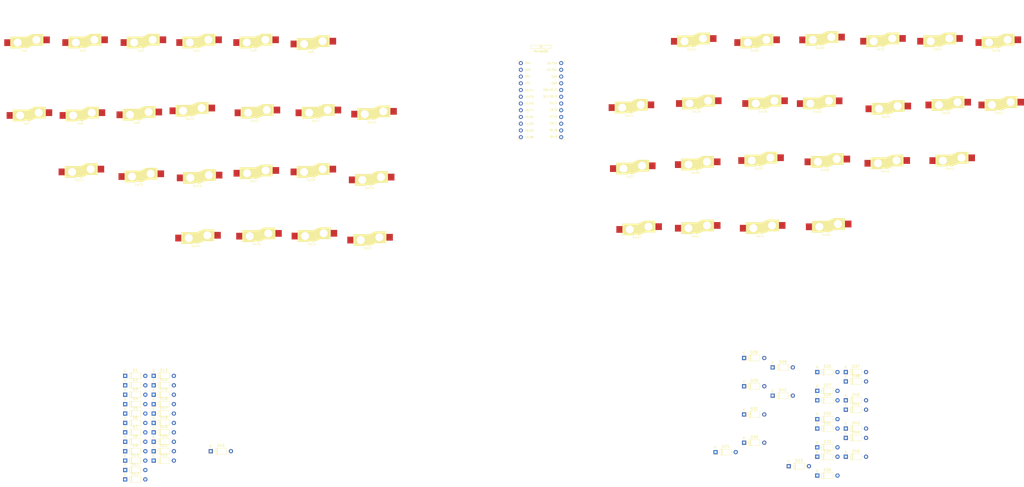
<source format=kicad_pcb>
(kicad_pcb (version 20241229) (generator "pcbnew") (generator_version "9.0")
  (layers (0 "F.Cu" signal) (2 "B.Cu" signal) (13 "F.Paste" user) (15 "B.Paste" user) (5 "F.SilkS" user "F.Silkscreen") (7 "B.SilkS" user "B.Silkscreen") (1 "F.Mask" user) (3 "B.Mask" user) (25 "Edge.Cuts" user))
  (net 0 "")
  (net 1 "ROW_0")
  (net 2 "Net-(D1-A)")
  (net 3 "Net-(D2-A)")
  (net 4 "Net-(D3-A)")
  (net 5 "Net-(D4-A)")
  (net 6 "Net-(D5-A)")
  (net 7 "Net-(D6-A)")
  (net 8 "Net-(D7-A)")
  (net 9 "ROW_1")
  (net 10 "Net-(D8-A)")
  (net 11 "Net-(D9-A)")
  (net 12 "Net-(D10-A)")
  (net 13 "Net-(D11-A)")
  (net 14 "Net-(D12-A)")
  (net 15 "Net-(D13-A)")
  (net 16 "Net-(D14-A)")
  (net 17 "ROW_2")
  (net 18 "Net-(D15-A)")
  (net 19 "Net-(D16-A)")
  (net 20 "Net-(D17-A)")
  (net 21 "Net-(D18-A)")
  (net 22 "Net-(D19-A)")
  (net 23 "ROW_3")
  (net 24 "Net-(D20-A)")
  (net 25 "Net-(D21-A)")
  (net 26 "Net-(D22-A)")
  (net 27 "Net-(D23-A)")
  (net 28 "Net-(D24-A)")
  (net 29 "Net-(D25-A)")
  (net 30 "Net-(D26-A)")
  (net 31 "Net-(D27-A)")
  (net 32 "Net-(D28-A)")
  (net 33 "Net-(D29-A)")
  (net 34 "Net-(D30-A)")
  (net 35 "Net-(D31-A)")
  (net 36 "Net-(D32-A)")
  (net 37 "Net-(D33-A)")
  (net 38 "Net-(D34-A)")
  (net 39 "Net-(D35-A)")
  (net 40 "Net-(D36-A)")
  (net 41 "Net-(D37-A)")
  (net 42 "Net-(D38-A)")
  (net 43 "Net-(D39-A)")
  (net 44 "Net-(D40-A)")
  (net 45 "Net-(D41-A)")
  (net 46 "Net-(D42-A)")
  (net 47 "Net-(D43-A)")
  (net 48 "Net-(D44-A)")
  (net 49 "Net-(D45-A)")
  (net 50 "Net-(D46-A)")
  (net 51 "COL_0")
  (net 52 "COL_1")
  (net 53 "COL_2")
  (net 54 "COL_3")
  (net 55 "COL_4")
  (net 56 "COL_5")
  (net 57 "COL_6")
  (net 58 "COL_8")
  (net 59 "COL_7")
  (net 60 "COL_9")
  (net 61 "COL_10")
  (net 62 "COL_11")
  (net 63 "COL_12")
  (net 64 "COL_13")
  (net 65 "GND")
  (footprint "Diode_THT:D_DO-35_SOD27_P7.62mm_Horizontal" (layer "F.Cu") (at 65 183.85)
    (property "Reference" "D8" (at 3.81 -2.12 0) (layer "F.SilkS"))
    (property "Value" "BAT85")
    (fp_text user "K" (at 0 -1.8 0) (layer "F.SilkS"))
    (pad "1" thru_hole rect (at 0 0) (size 1.6 1.6) (drill 0.8) (layers "*.Cu" "*.Mask") (net 9 "ROW_1"))
    (pad "2" thru_hole oval (at 7.62 0) (size 1.6 1.6) (drill 0.8) (layers "*.Cu" "*.Mask") (net 10 "Net-(D8-A)"))
  )
  (footprint "KS33:ProMicro" (layer "F.Cu") (at 221.8886 55.478)
    (property "Reference" "U1" (hide yes))
    (property "Value" "ProMicro" (hide yes))
    (fp_text user "RAW" (at -4.995 -14.5 0) (layer "F.SilkS") (effects (font (size 0.75 0.67) (thickness 0.125))))
    (fp_text user "E6/7" (at 4.705 8.25 0) (layer "F.SilkS") (effects (font (size 0.75 0.67) (thickness 0.125))))
    (fp_text user "D2/RX1" (at 4.155 -11.9 0) (layer "F.SilkS") (effects (font (size 0.75 0.67) (thickness 0.125))))
    (fp_text user "D4/4" (at 4.705 0.6 0) (layer "F.SilkS") (effects (font (size 0.75 0.67) (thickness 0.125))))
    (fp_text user "MicroUSB" (at -0.05 -18.95 0) (layer "F.SilkS") (effects (font (size 0.75 0.75) (thickness 0.12))))
    (fp_text user "A2/F5" (at -4.395 -1.75 0) (layer "F.SilkS") (effects (font (size 0.75 0.67) (thickness 0.125))))
    (fp_text user "SCL/D0/3" (at 3.455 -1.9 0) (layer "F.SilkS") (effects (font (size 0.75 0.67) (thickness 0.125))))
    (fp_text user "16/B2" (at -4.395 10.95 0) (layer "F.SilkS") (effects (font (size 0.75 0.67) (thickness 0.125))))
    (fp_text user "D7/6" (at 4.705 5.7 0) (layer "F.SilkS") (effects (font (size 0.75 0.67) (thickness 0.125))))
    (fp_text user "A0/F7" (at -4.395 3.3 0) (layer "F.SilkS") (effects (font (size 0.75 0.67) (thickness 0.125))))
    (fp_text user "VCC" (at -4.995 -6.95 0) (layer "F.SilkS") (effects (font (size 0.75 0.67) (thickness 0.125))))
    (fp_text user "GND" (at -4.995 -11.95 0) (layer "F.SilkS") (effects (font (size 0.75 0.67) (thickness 0.125))))
    (fp_text user "D3/TX0" (at 4.155 -14.45 0) (layer "F.SilkS") (effects (font (size 0.75 0.67) (thickness 0.125))))
    (fp_text user "MicroUSB" (at -0.05 -18.95 0) (layer "F.SilkS") (effects (font (size 0.75 0.75) (thickness 0.12))))
    (fp_text user "A1/F6" (at -4.395 0.75 0) (layer "F.SilkS") (effects (font (size 0.75 0.67) (thickness 0.125))))
    (fp_text user "C6/5" (at 4.705 3.15 0) (layer "F.SilkS") (effects (font (size 0.75 0.67) (thickness 0.125))))
    (fp_text user "15/B1" (at -4.395 5.85 0) (layer "F.SilkS") (effects (font (size 0.75 0.67) (thickness 0.125))))
    (fp_text user "B5/9" (at 4.705 13.3 0) (layer "F.SilkS") (effects (font (size 0.75 0.67) (thickness 0.125))))
    (fp_text user "10/B6" (at -4.395 13.45 0) (layer "F.SilkS") (effects (font (size 0.75 0.67) (thickness 0.125))))
    (fp_text user "GND" (at 4.955 -9.35 0) (layer "F.SilkS") (effects (font (size 0.75 0.67) (thickness 0.125))))
    (fp_text user "B4/8" (at 4.705 10.8 0) (layer "F.SilkS") (effects (font (size 0.75 0.67) (thickness 0.125))))
    (fp_text user "GND" (at 4.955 -6.9 0) (layer "F.SilkS") (effects (font (size 0.75 0.67) (thickness 0.125))))
    (fp_text user "A3/F4" (at -4.395 -4.25 0) (layer "F.SilkS") (effects (font (size 0.75 0.67) (thickness 0.125))))
    (fp_text user "SDA/D1/2" (at 3.455 -4.4 0) (layer "F.SilkS") (effects (font (size 0.75 0.67) (thickness 0.125))))
    (fp_text user "14/B3" (at -4.395 8.4 0) (layer "F.SilkS") (effects (font (size 0.75 0.67) (thickness 0.125))))
    (fp_text user "RST" (at -4.995 -9.4 0) (layer "F.SilkS") (effects (font (size 0.75 0.67) (thickness 0.125))))
    (pad "1" thru_hole circle (at 7.6114 -14.478) (size 1.524 1.524) (drill 0.8128) (layers "*.Cu" "B.Mask") (net 51 "COL_0"))
    (pad "2" thru_hole circle (at 7.6114 -11.938) (size 1.524 1.524) (drill 0.8128) (layers "*.Cu" "B.Mask") (net 52 "COL_1"))
    (pad "3" thru_hole circle (at 7.6114 -9.398) (size 1.524 1.524) (drill 0.8128) (layers "*.Cu" "B.Mask") (net 65 "GND"))
    (pad "4" thru_hole circle (at 7.6114 -6.858) (size 1.524 1.524) (drill 0.8128) (layers "*.Cu" "B.Mask") (net 65 "GND"))
    (pad "5" thru_hole circle (at 7.6114 -4.318) (size 1.524 1.524) (drill 0.8128) (layers "*.Cu" "B.Mask") (net 53 "COL_2"))
    (pad "6" thru_hole circle (at 7.6114 -1.778) (size 1.524 1.524) (drill 0.8128) (layers "*.Cu" "B.Mask") (net 54 "COL_3"))
    (pad "7" thru_hole circle (at 7.6114 0.762) (size 1.524 1.524) (drill 0.8128) (layers "*.Cu" "B.Mask") (net 55 "COL_4"))
    (pad "8" thru_hole circle (at 7.6114 3.302) (size 1.524 1.524) (drill 0.8128) (layers "*.Cu" "B.Mask") (net 56 "COL_5"))
    (pad "9" thru_hole circle (at 7.6114 5.842) (size 1.524 1.524) (drill 0.8128) (layers "*.Cu" "B.Mask") (net 57 "COL_6"))
    (pad "10" thru_hole circle (at 7.6114 8.382) (size 1.524 1.524) (drill 0.8128) (layers "*.Cu" "B.Mask") (net 59 "COL_7"))
    (pad "11" thru_hole circle (at 7.6114 10.922) (size 1.524 1.524) (drill 0.8128) (layers "*.Cu" "B.Mask") (net 9 "ROW_1"))
    (pad "12" thru_hole circle (at 7.6114 13.462) (size 1.524 1.524) (drill 0.8128) (layers "*.Cu" "B.Mask") (net 1 "ROW_0"))
    (pad "13" thru_hole circle (at -7.6086 13.462) (size 1.524 1.524) (drill 0.8128) (layers "*.Cu" "B.Mask") (net 23 "ROW_3"))
    (pad "14" thru_hole circle (at -7.6086 10.922) (size 1.524 1.524) (drill 0.8128) (layers "*.Cu" "B.Mask") (net 17 "ROW_2"))
    (pad "15" thru_hole circle (at -7.6086 8.382) (size 1.524 1.524) (drill 0.8128) (layers "*.Cu" "B.Mask") (net 58 "COL_8"))
    (pad "16" thru_hole circle (at -7.6086 5.842) (size 1.524 1.524) (drill 0.8128) (layers "*.Cu" "B.Mask") (net 60 "COL_9"))
    (pad "17" thru_hole circle (at -7.6086 3.302) (size 1.524 1.524) (drill 0.8128) (layers "*.Cu" "B.Mask") (net 61 "COL_10"))
    (pad "18" thru_hole circle (at -7.6086 0.762) (size 1.524 1.524) (drill 0.8128) (layers "*.Cu" "B.Mask") (net 62 "COL_11"))
    (pad "19" thru_hole circle (at -7.6086 -1.778) (size 1.524 1.524) (drill 0.8128) (layers "*.Cu" "B.Mask") (net 63 "COL_12"))
    (pad "20" thru_hole circle (at -7.6086 -4.318) (size 1.524 1.524) (drill 0.8128) (layers "*.Cu" "B.Mask") (net 64 "COL_13"))
    (pad "21" thru_hole circle (at -7.6086 -6.858) (size 1.524 1.524) (drill 0.8128) (layers "*.Cu" "B.Mask"))
    (pad "22" thru_hole circle (at -7.6086 -9.398) (size 1.524 1.524) (drill 0.8128) (layers "*.Cu" "B.Mask"))
    (pad "23" thru_hole circle (at -7.6086 -11.938) (size 1.524 1.524) (drill 0.8128) (layers "*.Cu" "B.Mask") (net 65 "GND"))
    (pad "24" thru_hole circle (at -7.6086 -14.478) (size 1.524 1.524) (drill 0.8128) (layers "*.Cu" "B.Mask"))
  )
  (footprint "Diode_THT:D_DO-35_SOD27_P7.62mm_Horizontal" (layer "F.Cu") (at 326.11 164.65)
    (property "Reference" "D27" (at 3.81 -2.12 0) (layer "F.SilkS"))
    (property "Value" "BAT85")
    (fp_text user "K" (at 0 -1.8 0) (layer "F.SilkS"))
    (pad "1" thru_hole rect (at 0 0) (size 1.6 1.6) (drill 0.8) (layers "*.Cu" "*.Mask") (net 17 "ROW_2"))
    (pad "2" thru_hole oval (at 7.62 0) (size 1.6 1.6) (drill 0.8) (layers "*.Cu" "*.Mask") (net 31 "Net-(D27-A)"))
  )
  (footprint "Diode_THT:D_DO-35_SOD27_P7.62mm_Horizontal" (layer "F.Cu") (at 75.77 169.65)
    (property "Reference" "D16" (at 3.81 -2.12 0) (layer "F.SilkS"))
    (property "Value" "BAT85")
    (fp_text user "K" (at 0 -1.8 0) (layer "F.SilkS"))
    (pad "1" thru_hole rect (at 0 0) (size 1.6 1.6) (drill 0.8) (layers "*.Cu" "*.Mask") (net 17 "ROW_2"))
    (pad "2" thru_hole oval (at 7.62 0) (size 1.6 1.6) (drill 0.8) (layers "*.Cu" "*.Mask") (net 19 "Net-(D16-A)"))
  )
  (footprint "Diode_THT:D_DO-35_SOD27_P7.62mm_Horizontal" (layer "F.Cu") (at 75.77 183.85)
    (property "Reference" "D20" (at 3.81 -2.12 0) (layer "F.SilkS"))
    (property "Value" "BAT85")
    (fp_text user "K" (at 0 -1.8 0) (layer "F.SilkS"))
    (pad "1" thru_hole rect (at 0 0) (size 1.6 1.6) (drill 0.8) (layers "*.Cu" "*.Mask") (net 23 "ROW_3"))
    (pad "2" thru_hole oval (at 7.62 0) (size 1.6 1.6) (drill 0.8) (layers "*.Cu" "*.Mask") (net 24 "Net-(D20-A)"))
  )
  (footprint "Diode_THT:D_DO-35_SOD27_P7.62mm_Horizontal" (layer "F.Cu") (at 97.31 187.4)
    (property "Reference" "D45" (at 3.81 -2.12 0) (layer "F.SilkS"))
    (property "Value" "BAT85")
    (fp_text user "K" (at 0 -1.8 0) (layer "F.SilkS"))
    (pad "1" thru_hole rect (at 0 0) (size 1.6 1.6) (drill 0.8) (layers "*.Cu" "*.Mask") (net 23 "ROW_3"))
    (pad "2" thru_hole oval (at 7.62 0) (size 1.6 1.6) (drill 0.8) (layers "*.Cu" "*.Mask") (net 49 "Net-(D45-A)"))
  )
  (footprint "KS33:keyswitch_gateron_low_profile_hotswap_1u" (layer "F.Cu") (at 304 72)
    (property "Reference" "SW33" (at 0 8.8 0) (layer "F.SilkS") (effects (font (size 0.8 0.8) (thickness 0.1) (bold yes))))
    (property "Value" "SW_PUSH" (hide yes))
    (pad "" np_thru_hole circle (at -2.6 5.75 90) (size 3 3) (drill 3) (layers "*.Cu" "*.Mask"))
    (pad "" np_thru_hole circle (at 0 0 90) (size 5.1 5.1) (drill 5.1) (layers "*.Cu" "*.Mask"))
    (pad "" np_thru_hole circle (at 4.4 4.7 90) (size 3 3) (drill 3) (layers "*.Cu" "*.Mask"))
    (pad "1" smd rect (at 8.25 4.7 180) (size 2.5 2.55) (layers "F.Cu" "F.Mask" "F.Paste") (net 60 "COL_9"))
    (pad "2" smd rect (at -6.45 5.75 180) (size 2.5 2.55) (layers "F.Cu" "F.Mask" "F.Paste") (net 37 "Net-(D33-A)"))
  )
  (footprint "KS33:keyswitch_gateron_low_profile_hotswap_1u" (layer "F.Cu") (at 304.6 97.541506)
    (property "Reference" "SW44" (at 0 8.8 0) (layer "F.SilkS") (effects (font (size 0.8 0.8) (thickness 0.1) (bold yes))))
    (property "Value" "SW_PUSH" (hide yes))
    (pad "" np_thru_hole circle (at -2.6 5.75 90) (size 3 3) (drill 3) (layers "*.Cu" "*.Mask"))
    (pad "" np_thru_hole circle (at 0 0 90) (size 5.1 5.1) (drill 5.1) (layers "*.Cu" "*.Mask"))
    (pad "" np_thru_hole circle (at 4.4 4.7 90) (size 3 3) (drill 3) (layers "*.Cu" "*.Mask"))
    (pad "1" smd rect (at 8.25 4.7 180) (size 2.5 2.55) (layers "F.Cu" "F.Mask" "F.Paste") (net 60 "COL_9"))
    (pad "2" smd rect (at -6.45 5.75 180) (size 2.5 2.55) (layers "F.Cu" "F.Mask" "F.Paste") (net 48 "Net-(D44-A)"))
  )
  (footprint "KS33:keyswitch_gateron_low_profile_hotswap_1u" (layer "F.Cu") (at 157.1 79.3)
    (property "Reference" "SW19" (at 0 8.8 0) (layer "F.SilkS") (effects (font (size 0.8 0.8) (thickness 0.1) (bold yes))))
    (property "Value" "SW_PUSH" (hide yes))
    (pad "" np_thru_hole circle (at -2.6 5.75 90) (size 3 3) (drill 3) (layers "*.Cu" "*.Mask"))
    (pad "" np_thru_hole circle (at 0 0 90) (size 5.1 5.1) (drill 5.1) (layers "*.Cu" "*.Mask"))
    (pad "" np_thru_hole circle (at 4.4 4.7 90) (size 3 3) (drill 3) (layers "*.Cu" "*.Mask"))
    (pad "1" smd rect (at 8.25 4.7 180) (size 2.5 2.55) (layers "F.Cu" "F.Mask" "F.Paste") (net 57 "COL_6"))
    (pad "2" smd rect (at -6.45 5.75 180) (size 2.5 2.55) (layers "F.Cu" "F.Mask" "F.Paste") (net 22 "Net-(D19-A)"))
  )
  (footprint "KS33:keyswitch_gateron_low_profile_hotswap_1u" (layer "F.Cu") (at 113.5 27.5)
    (property "Reference" "SW5" (at 0 8.8 0) (layer "F.SilkS") (effects (font (size 0.8 0.8) (thickness 0.1) (bold yes))))
    (property "Value" "SW_PUSH" (hide yes))
    (pad "" np_thru_hole circle (at -2.6 5.75 90) (size 3 3) (drill 3) (layers "*.Cu" "*.Mask"))
    (pad "" np_thru_hole circle (at 0 0 90) (size 5.1 5.1) (drill 5.1) (layers "*.Cu" "*.Mask"))
    (pad "" np_thru_hole circle (at 4.4 4.7 90) (size 3 3) (drill 3) (layers "*.Cu" "*.Mask"))
    (pad "1" smd rect (at 8.25 4.7 180) (size 2.5 2.55) (layers "F.Cu" "F.Mask" "F.Paste") (net 55 "COL_4"))
    (pad "2" smd rect (at -6.45 5.75 180) (size 2.5 2.55) (layers "F.Cu" "F.Mask" "F.Paste") (net 6 "Net-(D5-A)"))
  )
  (footprint "KS33:keyswitch_gateron_low_profile_hotswap_1u" (layer "F.Cu") (at 352 52.5)
    (property "Reference" "SW35" (at 0 8.8 0) (layer "F.SilkS") (effects (font (size 0.8 0.8) (thickness 0.1) (bold yes))))
    (property "Value" "SW_PUSH" (hide yes))
    (pad "" np_thru_hole circle (at -2.6 5.75 90) (size 3 3) (drill 3) (layers "*.Cu" "*.Mask"))
    (pad "" np_thru_hole circle (at 0 0 90) (size 5.1 5.1) (drill 5.1) (layers "*.Cu" "*.Mask"))
    (pad "" np_thru_hole circle (at 4.4 4.7 90) (size 3 3) (drill 3) (layers "*.Cu" "*.Mask"))
    (pad "1" smd rect (at 8.25 4.7 180) (size 2.5 2.55) (layers "F.Cu" "F.Mask" "F.Paste") (net 62 "COL_11"))
    (pad "2" smd rect (at -6.45 5.75 180) (size 2.5 2.55) (layers "F.Cu" "F.Mask" "F.Paste") (net 39 "Net-(D35-A)"))
  )
  (footprint "KS33:keyswitch_gateron_low_profile_hotswap_1u" (layer "F.Cu") (at 28 55)
    (property "Reference" "SW7" (at 0 8.8 0) (layer "F.SilkS") (effects (font (size 0.8 0.8) (thickness 0.1) (bold yes))))
    (property "Value" "SW_PUSH" (hide yes))
    (pad "" np_thru_hole circle (at -2.6 5.75 90) (size 3 3) (drill 3) (layers "*.Cu" "*.Mask"))
    (pad "" np_thru_hole circle (at 0 0 90) (size 5.1 5.1) (drill 5.1) (layers "*.Cu" "*.Mask"))
    (pad "" np_thru_hole circle (at 4.4 4.7 90) (size 3 3) (drill 3) (layers "*.Cu" "*.Mask"))
    (pad "1" smd rect (at 8.25 4.7 180) (size 2.5 2.55) (layers "F.Cu" "F.Mask" "F.Paste") (net 51 "COL_0"))
    (pad "2" smd rect (at -6.45 5.75 180) (size 2.5 2.55) (layers "F.Cu" "F.Mask" "F.Paste") (net 8 "Net-(D7-A)"))
  )
  (footprint "KS33:keyswitch_gateron_low_profile_hotswap_1u" (layer "F.Cu") (at 114 54)
    (property "Reference" "SW11" (at 0 8.8 0) (layer "F.SilkS") (effects (font (size 0.8 0.8) (thickness 0.1) (bold yes))))
    (property "Value" "SW_PUSH" (hide yes))
    (pad "" np_thru_hole circle (at -2.6 5.75 90) (size 3 3) (drill 3) (layers "*.Cu" "*.Mask"))
    (pad "" np_thru_hole circle (at 0 0 90) (size 5.1 5.1) (drill 5.1) (layers "*.Cu" "*.Mask"))
    (pad "" np_thru_hole circle (at 4.4 4.7 90) (size 3 3) (drill 3) (layers "*.Cu" "*.Mask"))
    (pad "1" smd rect (at 8.25 4.7 180) (size 2.5 2.55) (layers "F.Cu" "F.Mask" "F.Paste") (net 55 "COL_4"))
    (pad "2" smd rect (at -6.45 5.75 180) (size 2.5 2.55) (layers "F.Cu" "F.Mask" "F.Paste") (net 13 "Net-(D11-A)"))
  )
  (footprint "Diode_THT:D_DO-35_SOD27_P7.62mm_Horizontal" (layer "F.Cu") (at 65 166.1)
    (property "Reference" "D3" (at 3.81 -2.12 0) (layer "F.SilkS"))
    (property "Value" "BAT85")
    (fp_text user "K" (at 0 -1.8 0) (layer "F.SilkS"))
    (pad "1" thru_hole rect (at 0 0) (size 1.6 1.6) (drill 0.8) (layers "*.Cu" "*.Mask") (net 1 "ROW_0"))
    (pad "2" thru_hole oval (at 7.62 0) (size 1.6 1.6) (drill 0.8) (layers "*.Cu" "*.Mask") (net 4 "Net-(D3-A)"))
  )
  (footprint "Diode_THT:D_DO-35_SOD27_P7.62mm_Horizontal" (layer "F.Cu") (at 326.11 175.3)
    (property "Reference" "D30" (at 3.81 -2.12 0) (layer "F.SilkS"))
    (property "Value" "BAT85")
    (fp_text user "K" (at 0 -1.8 0) (layer "F.SilkS"))
    (pad "1" thru_hole rect (at 0 0) (size 1.6 1.6) (drill 0.8) (layers "*.Cu" "*.Mask") (net 17 "ROW_2"))
    (pad "2" thru_hole oval (at 7.62 0) (size 1.6 1.6) (drill 0.8) (layers "*.Cu" "*.Mask") (net 34 "Net-(D30-A)"))
  )
  (footprint "Diode_THT:D_DO-35_SOD27_P7.62mm_Horizontal" (layer "F.Cu") (at 287.72 187.75)
    (property "Reference" "D24" (at 3.81 -2.12 0) (layer "F.SilkS"))
    (property "Value" "BAT85")
    (fp_text user "K" (at 0 -1.8 0) (layer "F.SilkS"))
    (pad "1" thru_hole rect (at 0 0) (size 1.6 1.6) (drill 0.8) (layers "*.Cu" "*.Mask") (net 9 "ROW_1"))
    (pad "2" thru_hole oval (at 7.62 0) (size 1.6 1.6) (drill 0.8) (layers "*.Cu" "*.Mask") (net 28 "Net-(D24-A)"))
  )
  (footprint "Diode_THT:D_DO-35_SOD27_P7.62mm_Horizontal" (layer "F.Cu") (at 65 159)
    (property "Reference" "D1" (at 3.81 -2.12 0) (layer "F.SilkS"))
    (property "Value" "BAT85")
    (fp_text user "K" (at 0 -1.8 0) (layer "F.SilkS"))
    (pad "1" thru_hole rect (at 0 0) (size 1.6 1.6) (drill 0.8) (layers "*.Cu" "*.Mask") (net 1 "ROW_0"))
    (pad "2" thru_hole oval (at 7.62 0) (size 1.6 1.6) (drill 0.8) (layers "*.Cu" "*.Mask") (net 2 "Net-(D1-A)"))
  )
  (footprint "Diode_THT:D_DO-35_SOD27_P7.62mm_Horizontal" (layer "F.Cu") (at 326.11 178.85)
    (property "Reference" "D31" (at 3.81 -2.12 0) (layer "F.SilkS"))
    (property "Value" "BAT85")
    (fp_text user "K" (at 0 -1.8 0) (layer "F.SilkS"))
    (pad "1" thru_hole rect (at 0 0) (size 1.6 1.6) (drill 0.8) (layers "*.Cu" "*.Mask") (net 1 "ROW_0"))
    (pad "2" thru_hole oval (at 7.62 0) (size 1.6 1.6) (drill 0.8) (layers "*.Cu" "*.Mask") (net 35 "Net-(D31-A)"))
  )
  (footprint "Diode_THT:D_DO-35_SOD27_P7.62mm_Horizontal" (layer "F.Cu") (at 336.88 182.4)
    (property "Reference" "D44" (at 3.81 -2.12 0) (layer "F.SilkS"))
    (property "Value" "BAT85")
    (fp_text user "K" (at 0 -1.8 0) (layer "F.SilkS"))
    (pad "1" thru_hole rect (at 0 0) (size 1.6 1.6) (drill 0.8) (layers "*.Cu" "*.Mask") (net 23 "ROW_3"))
    (pad "2" thru_hole oval (at 7.62 0) (size 1.6 1.6) (drill 0.8) (layers "*.Cu" "*.Mask") (net 48 "Net-(D44-A)"))
  )
  (footprint "Diode_THT:D_DO-35_SOD27_P7.62mm_Horizontal" (layer "F.Cu") (at 65 190.95)
    (property "Reference" "D10" (at 3.81 -2.12 0) (layer "F.SilkS"))
    (property "Value" "BAT85")
    (fp_text user "K" (at 0 -1.8 0) (layer "F.SilkS"))
    (pad "1" thru_hole rect (at 0 0) (size 1.6 1.6) (drill 0.8) (layers "*.Cu" "*.Mask") (net 9 "ROW_1"))
    (pad "2" thru_hole oval (at 7.62 0) (size 1.6 1.6) (drill 0.8) (layers "*.Cu" "*.Mask") (net 12 "Net-(D10-A)"))
  )
  (footprint "KS33:keyswitch_gateron_low_profile_hotswap_1u" (layer "F.Cu") (at 156.5 102)
    (property "Reference" "SW22" (at 0 8.8 0) (layer "F.SilkS") (effects (font (size 0.8 0.8) (thickness 0.1) (bold yes))))
    (property "Value" "SW_PUSH" (hide yes))
    (pad "" np_thru_hole circle (at -2.6 5.75 90) (size 3 3) (drill 3) (layers "*.Cu" "*.Mask"))
    (pad "" np_thru_hole circle (at 0 0 90) (size 5.1 5.1) (drill 5.1) (layers "*.Cu" "*.Mask"))
    (pad "" np_thru_hole circle (at 4.4 4.7 90) (size 3 3) (drill 3) (layers "*.Cu" "*.Mask"))
    (pad "1" smd rect (at 8.25 4.7 180) (size 2.5 2.55) (layers "F.Cu" "F.Mask" "F.Paste") (net 57 "COL_6"))
    (pad "2" smd rect (at -6.45 5.75 180) (size 2.5 2.55) (layers "F.Cu" "F.Mask" "F.Paste") (net 26 "Net-(D22-A)"))
  )
  (footprint "Diode_THT:D_DO-35_SOD27_P7.62mm_Horizontal" (layer "F.Cu") (at 75.77 180.3)
    (property "Reference" "D19" (at 3.81 -2.12 0) (layer "F.SilkS"))
    (property "Value" "BAT85")
    (fp_text user "K" (at 0 -1.8 0) (layer "F.SilkS"))
    (pad "1" thru_hole rect (at 0 0) (size 1.6 1.6) (drill 0.8) (layers "*.Cu" "*.Mask") (net 17 "ROW_2"))
    (pad "2" thru_hole oval (at 7.62 0) (size 1.6 1.6) (drill 0.8) (layers "*.Cu" "*.Mask") (net 22 "Net-(D19-A)"))
  )
  (footprint "KS33:keyswitch_gateron_low_profile_hotswap_1u" (layer "F.Cu") (at 302.5 27.5)
    (property "Reference" "SW25" (at 0 8.8 0) (layer "F.SilkS") (effects (font (size 0.8 0.8) (thickness 0.1) (bold yes))))
    (property "Value" "SW_PUSH" (hide yes))
    (pad "" np_thru_hole circle (at -2.6 5.75 90) (size 3 3) (drill 3) (layers "*.Cu" "*.Mask"))
    (pad "" np_thru_hole circle (at 0 0 90) (size 5.1 5.1) (drill 5.1) (layers "*.Cu" "*.Mask"))
    (pad "" np_thru_hole circle (at 4.4 4.7 90) (size 3 3) (drill 3) (layers "*.Cu" "*.Mask"))
    (pad "1" smd rect (at 8.25 4.7 180) (size 2.5 2.55) (layers "F.Cu" "F.Mask" "F.Paste") (net 60 "COL_9"))
    (pad "2" smd rect (at -6.45 5.75 180) (size 2.5 2.55) (layers "F.Cu" "F.Mask" "F.Paste") (net 29 "Net-(D25-A)"))
  )
  (footprint "KS33:keyswitch_gateron_low_profile_hotswap_1u" (layer "F.Cu") (at 255.6 75.041506)
    (property "Reference" "SW27" (at 0 8.8 0) (layer "F.SilkS") (effects (font (size 0.8 0.8) (thickness 0.1) (bold yes))))
    (property "Value" "SW_PUSH" (hide yes))
    (pad "" np_thru_hole circle (at -2.6 5.75 90) (size 3 3) (drill 3) (layers "*.Cu" "*.Mask"))
    (pad "" np_thru_hole circle (at 0 0 90) (size 5.1 5.1) (drill 5.1) (layers "*.Cu" "*.Mask"))
    (pad "" np_thru_hole circle (at 4.4 4.7 90) (size 3 3) (drill 3) (layers "*.Cu" "*.Mask"))
    (pad "1" smd rect (at 8.25 4.7 180) (size 2.5 2.55) (layers "F.Cu" "F.Mask" "F.Paste") (net 59 "COL_7"))
    (pad "2" smd rect (at -6.45 5.75 180) (size 2.5 2.55) (layers "F.Cu" "F.Mask" "F.Paste") (net 31 "Net-(D27-A)"))
  )
  (footprint "KS33:keyswitch_gateron_low_profile_hotswap_1u" (layer "F.Cu") (at 278.6 27.041506)
    (property "Reference" "SW23" (at 0 8.8 0) (layer "F.SilkS") (effects (font (size 0.8 0.8) (thickness 0.1) (bold yes))))
    (property "Value" "SW_PUSH" (hide yes))
    (pad "" np_thru_hole circle (at -2.6 5.75 90) (size 3 3) (drill 3) (layers "*.Cu" "*.Mask"))
    (pad "" np_thru_hole circle (at 0 0 90) (size 5.1 5.1) (drill 5.1) (layers "*.Cu" "*.Mask"))
    (pad "" np_thru_hole circle (at 4.4 4.7 90) (size 3 3) (drill 3) (layers "*.Cu" "*.Mask"))
    (pad "1" smd rect (at 8.25 4.7 180) (size 2.5 2.55) (layers "F.Cu" "F.Mask" "F.Paste") (net 58 "COL_8"))
    (pad "2" smd rect (at -6.45 5.75 180) (size 2.5 2.55) (layers "F.Cu" "F.Mask" "F.Paste") (net 27 "Net-(D23-A)"))
  )
  (footprint "Diode_THT:D_DO-35_SOD27_P7.62mm_Horizontal" (layer "F.Cu") (at 75.77 176.75)
    (property "Reference" "D18" (at 3.81 -2.12 0) (layer "F.SilkS"))
    (property "Value" "BAT85")
    (fp_text user "K" (at 0 -1.8 0) (layer "F.SilkS"))
    (pad "1" thru_hole rect (at 0 0) (size 1.6 1.6) (drill 0.8) (layers "*.Cu" "*.Mask") (net 17 "ROW_2"))
    (pad "2" thru_hole oval (at 7.62 0) (size 1.6 1.6) (drill 0.8) (layers "*.Cu" "*.Mask") (net 21 "Net-(D18-A)"))
  )
  (footprint "Diode_THT:D_DO-35_SOD27_P7.62mm_Horizontal" (layer "F.Cu") (at 75.77 187.4)
    (property "Reference" "D21" (at 3.81 -2.12 0) (layer "F.SilkS"))
    (property "Value" "BAT85")
    (fp_text user "K" (at 0 -1.8 0) (layer "F.SilkS"))
    (pad "1" thru_hole rect (at 0 0) (size 1.6 1.6) (drill 0.8) (layers "*.Cu" "*.Mask") (net 23 "ROW_3"))
    (pad "2" thru_hole oval (at 7.62 0) (size 1.6 1.6) (drill 0.8) (layers "*.Cu" "*.Mask") (net 25 "Net-(D21-A)"))
  )
  (footprint "Diode_THT:D_DO-35_SOD27_P7.62mm_Horizontal" (layer "F.Cu") (at 75.77 162.55)
    (property "Reference" "D14" (at 3.81 -2.12 0) (layer "F.SilkS"))
    (property "Value" "BAT85")
    (fp_text user "K" (at 0 -1.8 0) (layer "F.SilkS"))
    (pad "1" thru_hole rect (at 0 0) (size 1.6 1.6) (drill 0.8) (layers "*.Cu" "*.Mask") (net 17 "ROW_2"))
    (pad "2" thru_hole oval (at 7.62 0) (size 1.6 1.6) (drill 0.8) (layers "*.Cu" "*.Mask") (net 16 "Net-(D14-A)"))
  )
  (footprint "KS33:keyswitch_gateron_low_profile_hotswap_1u" (layer "F.Cu") (at 70.2 78.05)
    (property "Reference" "SW15" (at 0 8.8 0) (layer "F.SilkS") (effects (font (size 0.8 0.8) (thickness 0.1) (bold yes))))
    (property "Value" "SW_PUSH" (hide yes))
    (pad "" np_thru_hole circle (at -2.6 5.75 90) (size 3 3) (drill 3) (layers "*.Cu" "*.Mask"))
    (pad "" np_thru_hole circle (at 0 0 90) (size 5.1 5.1) (drill 5.1) (layers "*.Cu" "*.Mask"))
    (pad "" np_thru_hole circle (at 4.4 4.7 90) (size 3 3) (drill 3) (layers "*.Cu" "*.Mask"))
    (pad "1" smd rect (at 8.25 4.7 180) (size 2.5 2.55) (layers "F.Cu" "F.Mask" "F.Paste") (net 53 "COL_2"))
    (pad "2" smd rect (at -6.45 5.75 180) (size 2.5 2.55) (layers "F.Cu" "F.Mask" "F.Paste") (net 18 "Net-(D15-A)"))
  )
  (footprint "KS33:keyswitch_gateron_low_profile_hotswap_1u" (layer "F.Cu") (at 374.6 51.041506)
    (property "Reference" "SW39" (at 0 8.8 0) (layer "F.SilkS") (effects (font (size 0.8 0.8) (thickness 0.1) (bold yes))))
    (property "Value" "SW_PUSH" (hide yes))
    (pad "" np_thru_hole circle (at -2.6 5.75 90) (size 3 3) (drill 3) (layers "*.Cu" "*.Mask"))
    (pad "" np_thru_hole circle (at 0 0 90) (size 5.1 5.1) (drill 5.1) (layers "*.Cu" "*.Mask"))
    (pad "" np_thru_hole circle (at 4.4 4.7 90) (size 3 3) (drill 3) (layers "*.Cu" "*.Mask"))
    (pad "1" smd rect (at 8.25 4.7 180) (size 2.5 2.55) (layers "F.Cu" "F.Mask" "F.Paste") (net 63 "COL_12"))
    (pad "2" smd rect (at -6.45 5.75 180) (size 2.5 2.55) (layers "F.Cu" "F.Mask" "F.Paste") (net 43 "Net-(D39-A)"))
  )
  (footprint "KS33:keyswitch_gateron_low_profile_hotswap_1u" (layer "F.Cu") (at 371.5 27)
    (property "Reference" "SW34" (at 0 8.8 0) (layer "F.SilkS") (effects (font (size 0.8 0.8) (thickness 0.1) (bold yes))))
    (property "Value" "SW_PUSH" (hide yes))
    (pad "" np_thru_hole circle (at -2.6 5.75 90) (size 3 3) (drill 3) (layers "*.Cu" "*.Mask"))
    (pad "" np_thru_hole circle (at 0 0 90) (size 5.1 5.1) (drill 5.1) (layers "*.Cu" "*.Mask"))
    (pad "" np_thru_hole circle (at 4.4 4.7 90) (size 3 3) (drill 3) (layers "*.Cu" "*.Mask"))
    (pad "1" smd rect (at 8.25 4.7 180) (size 2.5 2.55) (layers "F.Cu" "F.Mask" "F.Paste") (net 63 "COL_12"))
    (pad "2" smd rect (at -6.45 5.75 180) (size 2.5 2.55) (layers "F.Cu" "F.Mask" "F.Paste") (net 38 "Net-(D34-A)"))
  )
  (footprint "KS33:keyswitch_gateron_low_profile_hotswap_1u" (layer "F.Cu") (at 69.45 54.75)
    (property "Reference" "SW9" (at 0 8.8 0) (layer "F.SilkS") (effects (font (size 0.8 0.8) (thickness 0.1) (bold yes))))
    (property "Value" "SW_PUSH" (hide yes))
    (pad "" np_thru_hole circle (at -2.6 5.75 90) (size 3 3) (drill 3) (layers "*.Cu" "*.Mask"))
    (pad "" np_thru_hole circle (at 0 0 90) (size 5.1 5.1) (drill 5.1) (layers "*.Cu" "*.Mask"))
    (pad "" np_thru_hole circle (at 4.4 4.7 90) (size 3 3) (drill 3) (layers "*.Cu" "*.Mask"))
    (pad "1" smd rect (at 8.25 4.7 180) (size 2.5 2.55) (layers "F.Cu" "F.Mask" "F.Paste") (net 53 "COL_2"))
    (pad "2" smd rect (at -6.45 5.75 180) (size 2.5 2.55) (layers "F.Cu" "F.Mask" "F.Paste") (net 11 "Net-(D9-A)"))
  )
  (footprint "KS33:keyswitch_gateron_low_profile_hotswap_1u" (layer "F.Cu") (at 47.6 76.3)
    (property "Reference" "SW14" (at 0 8.8 0) (layer "F.SilkS") (effects (font (size 0.8 0.8) (thickness 0.1) (bold yes))))
    (property "Value" "SW_PUSH" (hide yes))
    (pad "" np_thru_hole circle (at -2.6 5.75 90) (size 3 3) (drill 3) (layers "*.Cu" "*.Mask"))
    (pad "" np_thru_hole circle (at 0 0 90) (size 5.1 5.1) (drill 5.1) (layers "*.Cu" "*.Mask"))
    (pad "" np_thru_hole circle (at 4.4 4.7 90) (size 3 3) (drill 3) (layers "*.Cu" "*.Mask"))
    (pad "1" smd rect (at 8.25 4.7 180) (size 2.5 2.55) (layers "F.Cu" "F.Mask" "F.Paste") (net 52 "COL_1"))
    (pad "2" smd rect (at -6.45 5.75 180) (size 2.5 2.55) (layers "F.Cu" "F.Mask" "F.Paste") (net 16 "Net-(D14-A)"))
  )
  (footprint "Diode_THT:D_DO-35_SOD27_P7.62mm_Horizontal" (layer "F.Cu") (at 75.77 166.1)
    (property "Reference" "D15" (at 3.81 -2.12 0) (layer "F.SilkS"))
    (property "Value" "BAT85")
    (fp_text user "K" (at 0 -1.8 0) (layer "F.SilkS"))
    (pad "1" thru_hole rect (at 0 0) (size 1.6 1.6) (drill 0.8) (layers "*.Cu" "*.Mask") (net 17 "ROW_2"))
    (pad "2" thru_hole oval (at 7.62 0) (size 1.6 1.6) (drill 0.8) (layers "*.Cu" "*.Mask") (net 18 "Net-(D15-A)"))
  )
  (footprint "Diode_THT:D_DO-35_SOD27_P7.62mm_Horizontal" (layer "F.Cu") (at 326.11 168.2)
    (property "Reference" "D28" (at 3.81 -2.12 0) (layer "F.SilkS"))
    (property "Value" "BAT85")
    (fp_text user "K" (at 0 -1.8 0) (layer "F.SilkS"))
    (pad "1" thru_hole rect (at 0 0) (size 1.6 1.6) (drill 0.8) (layers "*.Cu" "*.Mask") (net 1 "ROW_0"))
    (pad "2" thru_hole oval (at 7.62 0) (size 1.6 1.6) (drill 0.8) (layers "*.Cu" "*.Mask") (net 32 "Net-(D28-A)"))
  )
  (footprint "Diode_THT:D_DO-35_SOD27_P7.62mm_Horizontal" (layer "F.Cu") (at 336.88 189.5)
    (property "Reference" "D46" (at 3.81 -2.12 0) (layer "F.SilkS"))
    (property "Value" "BAT85")
    (fp_text user "K" (at 0 -1.8 0) (layer "F.SilkS"))
    (pad "1" thru_hole rect (at 0 0) (size 1.6 1.6) (drill 0.8) (layers "*.Cu" "*.Mask") (net 23 "ROW_3"))
    (pad "2" thru_hole oval (at 7.62 0) (size 1.6 1.6) (drill 0.8) (layers "*.Cu" "*.Mask") (net 50 "Net-(D46-A)"))
  )
  (footprint "Diode_THT:D_DO-35_SOD27_P7.62mm_Horizontal" (layer "F.Cu") (at 309.26 155.8)
    (property "Reference" "D39" (at 3.81 -2.12 0) (layer "F.SilkS"))
    (property "Value" "BAT85")
    (fp_text user "K" (at 0 -1.8 0) (layer "F.SilkS"))
    (pad "1" thru_hole rect (at 0 0) (size 1.6 1.6) (drill 0.8) (layers "*.Cu" "*.Mask") (net 9 "ROW_1"))
    (pad "2" thru_hole oval (at 7.62 0) (size 1.6 1.6) (drill 0.8) (layers "*.Cu" "*.Mask") (net 43 "Net-(D39-A)"))
  )
  (footprint "Diode_THT:D_DO-35_SOD27_P7.62mm_Horizontal" (layer "F.Cu") (at 315.34 193.05)
    (property "Reference" "D23" (at 3.81 -2.12 0) (layer "F.SilkS"))
    (property "Value" "BAT85")
    (fp_text user "K" (at 0 -1.8 0) (layer "F.SilkS"))
    (pad "1" thru_hole rect (at 0 0) (size 1.6 1.6) (drill 0.8) (layers "*.Cu" "*.Mask") (net 1 "ROW_0"))
    (pad "2" thru_hole oval (at 7.62 0) (size 1.6 1.6) (drill 0.8) (layers "*.Cu" "*.Mask") (net 27 "Net-(D23-A)"))
  )
  (footprint "KS33:keyswitch_gateron_low_profile_hotswap_1u" (layer "F.Cu") (at 49 27.5)
    (property "Reference" "SW2" (at 0 8.8 0) (layer "F.SilkS") (effects (font (size 0.8 0.8) (thickness 0.1) (bold yes))))
    (property "Value" "SW_PUSH" (hide yes))
    (pad "" np_thru_hole circle (at -2.6 5.75 90) (size 3 3) (drill 3) (layers "*.Cu" "*.Mask"))
    (pad "" np_thru_hole circle (at 0 0 90) (size 5.1 5.1) (drill 5.1) (layers "*.Cu" "*.Mask"))
    (pad "" np_thru_hole circle (at 4.4 4.7 90) (size 3 3) (drill 3) (layers "*.Cu" "*.Mask"))
    (pad "1" smd rect (at 8.25 4.7 180) (size 2.5 2.55) (layers "F.Cu" "F.Mask" "F.Paste") (net 52 "COL_1"))
    (pad "2" smd rect (at -6.45 5.75 180) (size 2.5 2.55) (layers "F.Cu" "F.Mask" "F.Paste") (net 3 "Net-(D2-A)"))
  )
  (footprint "Diode_THT:D_DO-35_SOD27_P7.62mm_Horizontal" (layer "F.Cu") (at 65 162.55)
    (property "Reference" "D2" (at 3.81 -2.12 0) (layer "F.SilkS"))
    (property "Value" "BAT85")
    (fp_text user "K" (at 0 -1.8 0) (layer "F.SilkS"))
    (pad "1" thru_hole rect (at 0 0) (size 1.6 1.6) (drill 0.8) (layers "*.Cu" "*.Mask") (net 1 "ROW_0"))
    (pad "2" thru_hole oval (at 7.62 0) (size 1.6 1.6) (drill 0.8) (layers "*.Cu" "*.Mask") (net 3 "Net-(D2-A)"))
  )
  (footprint "Diode_THT:D_DO-35_SOD27_P7.62mm_Horizontal" (layer "F.Cu") (at 75.77 159)
    (property "Reference" "D13" (at 3.81 -2.12 0) (layer "F.SilkS"))
    (property "Value" "BAT85")
    (fp_text user "K" (at 0 -1.8 0) (layer "F.SilkS"))
    (pad "1" thru_hole rect (at 0 0) (size 1.6 1.6) (drill 0.8) (layers "*.Cu" "*.Mask") (net 9 "ROW_1"))
    (pad "2" thru_hole oval (at 7.62 0) (size 1.6 1.6) (drill 0.8) (layers "*.Cu" "*.Mask") (net 15 "Net-(D13-A)"))
  )
  (footprint "Diode_THT:D_DO-35_SOD27_P7.62mm_Horizontal" (layer "F.Cu") (at 75.77 190.95)
    (property "Reference" "D22" (at 3.81 -2.12 0) (layer "F.SilkS"))
    (property "Value" "BAT85")
    (fp_text user "K" (at 0 -1.8 0) (layer "F.SilkS"))
    (pad "1" thru_hole rect (at 0 0) (size 1.6 1.6) (drill 0.8) (layers "*.Cu" "*.Mask") (net 23 "ROW_3"))
    (pad "2" thru_hole oval (at 7.62 0) (size 1.6 1.6) (drill 0.8) (layers "*.Cu" "*.Mask") (net 26 "Net-(D22-A)"))
  )
  (footprint "KS33:keyswitch_gateron_low_profile_hotswap_1u" (layer "F.Cu") (at 326.1 50.541506)
    (property "Reference" "SW32" (at 0 8.8 0) (layer "F.SilkS") (effects (font (size 0.8 0.8) (thickness 0.1) (bold yes))))
    (property "Value" "SW_PUSH" (hide yes))
    (pad "" np_thru_hole circle (at -2.6 5.75 90) (size 3 3) (drill 3) (layers "*.Cu" "*.Mask"))
    (pad "" np_thru_hole circle (at 0 0 90) (size 5.1 5.1) (drill 5.1) (layers "*.Cu" "*.Mask"))
    (pad "" np_thru_hole circle (at 4.4 4.7 90) (size 3 3) (drill 3) (layers "*.Cu" "*.Mask"))
    (pad "1" smd rect (at 8.25 4.7 180) (size 2.5 2.55) (layers "F.Cu" "F.Mask" "F.Paste") (net 61 "COL_10"))
    (pad "2" smd rect (at -6.45 5.75 180) (size 2.5 2.55) (layers "F.Cu" "F.Mask" "F.Paste") (net 36 "Net-(D32-A)"))
  )
  (footprint "KS33:keyswitch_gateron_low_profile_hotswap_1u" (layer "F.Cu") (at 89.45 53.25)
    (property "Reference" "SW10" (at 0 8.8 0) (layer "F.SilkS") (effects (font (size 0.8 0.8) (thickness 0.1) (bold yes))))
    (property "Value" "SW_PUSH" (hide yes))
    (pad "" np_thru_hole circle (at -2.6 5.75 90) (size 3 3) (drill 3) (layers "*.Cu" "*.Mask"))
    (pad "" np_thru_hole circle (at 0 0 90) (size 5.1 5.1) (drill 5.1) (layers "*.Cu" "*.Mask"))
    (pad "" np_thru_hole circle (at 4.4 4.7 90) (size 3 3) (drill 3) (layers "*.Cu" "*.Mask"))
    (pad "1" smd rect (at 8.25 4.7 180) (size 2.5 2.55) (layers "F.Cu" "F.Mask" "F.Paste") (net 54 "COL_3"))
    (pad "2" smd rect (at -6.45 5.75 180) (size 2.5 2.55) (layers "F.Cu" "F.Mask" "F.Paste") (net 12 "Net-(D10-A)"))
  )
  (footprint "KS33:keyswitch_gateron_low_profile_hotswap_1u" (layer "F.Cu") (at 137 54)
    (property "Reference" "SW12" (at 0 8.8 0) (layer "F.SilkS") (effects (font (size 0.8 0.8) (thickness 0.1) (bold yes))))
    (property "Value" "SW_PUSH" (hide yes))
    (pad "" np_thru_hole circle (at -2.6 5.75 90) (size 3 3) (drill 3) (layers "*.Cu" "*.Mask"))
    (pad "" np_thru_hole circle (at 0 0 90) (size 5.1 5.1) (drill 5.1) (layers "*.Cu" "*.Mask"))
    (pad "" np_thru_hole circle (at 4.4 4.7 90) (size 3 3) (drill 3) (layers "*.Cu" "*.Mask"))
    (pad "1" smd rect (at 8.25 4.7 180) (size 2.5 2.55) (layers "F.Cu" "F.Mask" "F.Paste") (net 56 "COL_5"))
    (pad "2" smd rect (at -6.45 5.75 180) (size 2.5 2.55) (layers "F.Cu" "F.Mask" "F.Paste") (net 14 "Net-(D12-A)"))
  )
  (footprint "Diode_THT:D_DO-35_SOD27_P7.62mm_Horizontal" (layer "F.Cu") (at 326.11 196.6)
    (property "Reference" "D36" (at 3.81 -2.12 0) (layer "F.SilkS"))
    (property "Value" "BAT85")
    (fp_text user "K" (at 0 -1.8 0) (layer "F.SilkS"))
    (pad "1" thru_hole rect (at 0 0) (size 1.6 1.6) (drill 0.8) (layers "*.Cu" "*.Mask") (net 17 "ROW_2"))
    (pad "2" thru_hole oval (at 7.62 0) (size 1.6 1.6) (drill 0.8) (layers "*.Cu" "*.Mask") (net 40 "Net-(D36-A)"))
  )
  (footprint "Diode_THT:D_DO-35_SOD27_P7.62mm_Horizontal" (layer "F.Cu") (at 298.49 173.55)
    (property "Reference" "D32" (at 3.81 -2.12 0) (layer "F.SilkS"))
    (property "Value" "BAT85")
    (fp_text user "K" (at 0 -1.8 0) (layer "F.SilkS"))
    (pad "1" thru_hole rect (at 0 0) (size 1.6 1.6) (drill 0.8) (layers "*.Cu" "*.Mask") (net 9 "ROW_1"))
    (pad "2" thru_hole oval (at 7.62 0) (size 1.6 1.6) (drill 0.8) (layers "*.Cu" "*.Mask") (net 36 "Net-(D32-A)"))
  )
  (footprint "Diode_THT:D_DO-35_SOD27_P7.62mm_Horizontal" (layer "F.Cu") (at 326.11 185.95)
    (property "Reference" "D33" (at 3.81 -2.12 0) (layer "F.SilkS"))
    (property "Value" "BAT85")
    (fp_text user "K" (at 0 -1.8 0) (layer "F.SilkS"))
    (pad "1" thru_hole rect (at 0 0) (size 1.6 1.6) (drill 0.8) (layers "*.Cu" "*.Mask") (net 17 "ROW_2"))
    (pad "2" thru_hole oval (at 7.62 0) (size 1.6 1.6) (drill 0.8) (layers "*.Cu" "*.Mask") (net 37 "Net-(D33-A)"))
  )
  (footprint "Diode_THT:D_DO-35_SOD27_P7.62mm_Horizontal" (layer "F.Cu") (at 298.49 152.25)
    (property "Reference" "D26" (at 3.81 -2.12 0) (layer "F.SilkS"))
    (property "Value" "BAT85")
    (fp_text user "K" (at 0 -1.8 0) (layer "F.SilkS"))
    (pad "1" thru_hole rect (at 0 0) (size 1.6 1.6) (drill 0.8) (layers "*.Cu" "*.Mask") (net 9 "ROW_1"))
    (pad "2" thru_hole oval (at 7.62 0) (size 1.6 1.6) (drill 0.8) (layers "*.Cu" "*.Mask") (net 30 "Net-(D26-A)"))
  )
  (footprint "KS33:keyswitch_gateron_low_profile_hotswap_1u" (layer "F.Cu") (at 135.1 76.3)
    (property "Reference" "SW18" (at 0 8.8 0) (layer "F.SilkS") (effects (font (size 0.8 0.8) (thickness 0.1) (bold yes))))
    (property "Value" "SW_PUSH" (hide yes))
    (pad "" np_thru_hole circle (at -2.6 5.75 90) (size 3 3) (drill 3) (layers "*.Cu" "*.Mask"))
    (pad "" np_thru_hole circle (at 0 0 90) (size 5.1 5.1) (drill 5.1) (layers "*.Cu" "*.Mask"))
    (pad "" np_thru_hole circle (at 4.4 4.7 90) (size 3 3) (drill 3) (layers "*.Cu" "*.Mask"))
    (pad "1" smd rect (at 8.25 4.7 180) (size 2.5 2.55) (layers "F.Cu" "F.Mask" "F.Paste") (net 56 "COL_5"))
    (pad "2" smd rect (at -6.45 5.75 180) (size 2.5 2.55) (layers "F.Cu" "F.Mask" "F.Paste") (net 21 "Net-(D18-A)"))
  )
  (footprint "Diode_THT:D_DO-35_SOD27_P7.62mm_Horizontal" (layer "F.Cu") (at 336.88 168.2)
    (property "Reference" "D40" (at 3.81 -2.12 0) (layer "F.SilkS"))
    (property "Value" "BAT85")
    (fp_text user "K" (at 0 -1.8 0) (layer "F.SilkS"))
    (pad "1" thru_hole rect (at 0 0) (size 1.6 1.6) (drill 0.8) (layers "*.Cu" "*.Mask") (net 17 "ROW_2"))
    (pad "2" thru_hole oval (at 7.62 0) (size 1.6 1.6) (drill 0.8) (layers "*.Cu" "*.Mask") (net 44 "Net-(D40-A)"))
  )
  (footprint "Diode_THT:D_DO-35_SOD27_P7.62mm_Horizontal" (layer "F.Cu") (at 65 176.75)
    (property "Reference" "D6" (at 3.81 -2.12 0) (layer "F.SilkS"))
    (property "Value" "BAT85")
    (fp_text user "K" (at 0 -1.8 0) (layer "F.SilkS"))
    (pad "1" thru_hole rect (at 0 0) (size 1.6 1.6) (drill 0.8) (layers "*.Cu" "*.Mask") (net 1 "ROW_0"))
    (pad "2" thru_hole oval (at 7.62 0) (size 1.6 1.6) (drill 0.8) (layers "*.Cu" "*.Mask") (net 7 "Net-(D6-A)"))
  )
  (footprint "KS33:keyswitch_gateron_low_profile_hotswap_1u" (layer "F.Cu") (at 92.2 78.55)
    (property "Reference" "SW16" (at 0 8.8 0) (layer "F.SilkS") (effects (font (size 0.8 0.8) (thickness 0.1) (bold yes))))
    (property "Value" "SW_PUSH" (hide yes))
    (pad "" np_thru_hole circle (at -2.6 5.75 90) (size 3 3) (drill 3) (layers "*.Cu" "*.Mask"))
    (pad "" np_thru_hole circle (at 0 0 90) (size 5.1 5.1) (drill 5.1) (layers "*.Cu" "*.Mask"))
    (pad "" np_thru_hole circle (at 4.4 4.7 90) (size 3 3) (drill 3) (layers "*.Cu" "*.Mask"))
    (pad "1" smd rect (at 8.25 4.7 180) (size 2.5 2.55) (layers "F.Cu" "F.Mask" "F.Paste") (net 54 "COL_3"))
    (pad "2" smd rect (at -6.45 5.75 180) (size 2.5 2.55) (layers "F.Cu" "F.Mask" "F.Paste") (net 19 "Net-(D16-A)"))
  )
  (footprint "Diode_THT:D_DO-35_SOD27_P7.62mm_Horizontal" (layer "F.Cu") (at 298.49 162.9)
    (property "Reference" "D29" (at 3.81 -2.12 0) (layer "F.SilkS"))
    (property "Value" "BAT85")
    (fp_text user "K" (at 0 -1.8 0) (layer "F.SilkS"))
    (pad "1" thru_hole rect (at 0 0) (size 1.6 1.6) (drill 0.8) (layers "*.Cu" "*.Mask") (net 9 "ROW_1"))
    (pad "2" thru_hole oval (at 7.62 0) (size 1.6 1.6) (drill 0.8) (layers "*.Cu" "*.Mask") (net 33 "Net-(D29-A)"))
  )
  (footprint "Diode_THT:D_DO-35_SOD27_P7.62mm_Horizontal" (layer "F.Cu") (at 75.77 173.2)
    (property "Reference" "D17" (at 3.81 -2.12 0) (layer "F.SilkS"))
    (property "Value" "BAT85")
    (fp_text user "K" (at 0 -1.8 0) (layer "F.SilkS"))
    (pad "1" thru_hole rect (at 0 0) (size 1.6 1.6) (drill 0.8) (layers "*.Cu" "*.Mask") (net 17 "ROW_2"))
    (pad "2" thru_hole oval (at 7.62 0) (size 1.6 1.6) (drill 0.8) (layers "*.Cu" "*.Mask") (net 20 "Net-(D17-A)"))
  )
  (footprint "Diode_THT:D_DO-35_SOD27_P7.62mm_Horizontal" (layer "F.Cu") (at 65 173.2)
    (property "Reference" "D5" (at 3.81 -2.12 0) (layer "F.SilkS"))
    (property "Value" "BAT85")
    (fp_text user "K" (at 0 -1.8 0) (layer "F.SilkS"))
    (pad "1" thru_hole rect (at 0 0) (size 1.6 1.6) (drill 0.8) (layers "*.Cu" "*.Mask") (net 1 "ROW_0"))
    (pad "2" thru_hole oval (at 7.62 0) (size 1.6 1.6) (drill 0.8) (layers "*.Cu" "*.Mask") (net 6 "Net-(D5-A)"))
  )
  (footprint "Diode_THT:D_DO-35_SOD27_P7.62mm_Horizontal" (layer "F.Cu") (at 336.88 178.85)
    (property "Reference" "D43" (at 3.81 -2.12 0) (layer "F.SilkS"))
    (property "Value" "BAT85")
    (fp_text user "K" (at 0 -1.8 0) (layer "F.SilkS"))
    (pad "1" thru_hole rect (at 0 0) (size 1.6 1.6) (drill 0.8) (layers "*.Cu" "*.Mask") (net 17 "ROW_2"))
    (pad "2" thru_hole oval (at 7.62 0) (size 1.6 1.6) (drill 0.8) (layers "*.Cu" "*.Mask") (net 47 "Net-(D43-A)"))
  )
  (footprint "Diode_THT:D_DO-35_SOD27_P7.62mm_Horizontal" (layer "F.Cu") (at 65 169.65)
    (property "Reference" "D4" (at 3.81 -2.12 0) (layer "F.SilkS"))
    (property "Value" "BAT85")
    (fp_text user "K" (at 0 -1.8 0) (layer "F.SilkS"))
    (pad "1" thru_hole rect (at 0 0) (size 1.6 1.6) (drill 0.8) (layers "*.Cu" "*.Mask") (net 1 "ROW_0"))
    (pad "2" thru_hole oval (at 7.62 0) (size 1.6 1.6) (drill 0.8) (layers "*.Cu" "*.Mask") (net 5 "Net-(D4-A)"))
  )
  (footprint "KS33:keyswitch_gateron_low_profile_hotswap_1u" (layer "F.Cu") (at 394.6 51.041506)
    (property "Reference" "SW42" (at 0 8.8 0) (layer "F.SilkS") (effects (font (size 0.8 0.8) (thickness 0.1) (bold yes))))
    (property "Value" "SW_PUSH" (hide yes))
    (pad "" np_thru_hole circle (at -2.6 5.75 90) (size 3 3) (drill 3) (layers "*.Cu" "*.Mask"))
    (pad "" np_thru_hole circle (at 0 0 90) (size 5.1 5.1) (drill 5.1) (layers "*.Cu" "*.Mask"))
    (pad "" np_thru_hole circle (at 4.4 4.7 90) (size 3 3) (drill 3) (layers "*.Cu" "*.Mask"))
    (pad "1" smd rect (at 8.25 4.7 180) (size 2.5 2.55) (layers "F.Cu" "F.Mask" "F.Paste") (net 64 "COL_13"))
    (pad "2" smd rect (at -6.45 5.75 180) (size 2.5 2.55) (layers "F.Cu" "F.Mask" "F.Paste") (net 46 "Net-(D42-A)"))
  )
  (footprint "Diode_THT:D_DO-35_SOD27_P7.62mm_Horizontal" (layer "F.Cu") (at 336.88 157.55)
    (property "Reference" "D37" (at 3.81 -2.12 0) (layer "F.SilkS"))
    (property "Value" "BAT85")
    (fp_text user "K" (at 0 -1.8 0) (layer "F.SilkS"))
    (pad "1" thru_hole rect (at 0 0) (size 1.6 1.6) (drill 0.8) (layers "*.Cu" "*.Mask") (net 23 "ROW_3"))
    (pad "2" thru_hole oval (at 7.62 0) (size 1.6 1.6) (drill 0.8) (layers "*.Cu" "*.Mask") (net 41 "Net-(D37-A)"))
  )
  (footprint "KS33:keyswitch_gateron_low_profile_hotswap_1u" (layer "F.Cu") (at 48 55)
    (property "Reference" "SW8" (at 0 8.8 0) (layer "F.SilkS") (effects (font (size 0.8 0.8) (thickness 0.1) (bold yes))))
    (property "Value" "SW_PUSH" (hide yes))
    (pad "" np_thru_hole circle (at -2.6 5.75 90) (size 3 3) (drill 3) (layers "*.Cu" "*.Mask"))
    (pad "" np_thru_hole circle (at 0 0 90) (size 5.1 5.1) (drill 5.1) (layers "*.Cu" "*.Mask"))
    (pad "" np_thru_hole circle (at 4.4 4.7 90) (size 3 3) (drill 3) (layers "*.Cu" "*.Mask"))
    (pad "1" smd rect (at 8.25 4.7 180) (size 2.5 2.55) (layers "F.Cu" "F.Mask" "F.Paste") (net 52 "COL_1"))
    (pad "2" smd rect (at -6.45 5.75 180) (size 2.5 2.55) (layers "F.Cu" "F.Mask" "F.Paste") (net 10 "Net-(D8-A)"))
  )
  (footprint "Diode_THT:D_DO-35_SOD27_P7.62mm_Horizontal" (layer "F.Cu") (at 326.11 189.5)
    (property "Reference" "D34" (at 3.81 -2.12 0) (layer "F.SilkS"))
    (property "Value" "BAT85")
    (fp_text user "K" (at 0 -1.8 0) (layer "F.SilkS"))
    (pad "1" thru_hole rect (at 0 0) (size 1.6 1.6) (drill 0.8) (layers "*.Cu" "*.Mask") (net 1 "ROW_0"))
    (pad "2" thru_hole oval (at 7.62 0) (size 1.6 1.6) (drill 0.8) (layers "*.Cu" "*.Mask") (net 38 "Net-(D34-A)"))
  )
  (footprint "Diode_THT:D_DO-35_SOD27_P7.62mm_Horizontal" (layer "F.Cu") (at 309.26 166.45)
    (property "Reference" "D42" (at 3.81 -2.12 0) (layer "F.SilkS"))
    (property "Value" "BAT85")
    (fp_text user "K" (at 0 -1.8 0) (layer "F.SilkS"))
    (pad "1" thru_hole rect (at 0 0) (size 1.6 1.6) (drill 0.8) (layers "*.Cu" "*.Mask") (net 9 "ROW_1"))
    (pad "2" thru_hole oval (at 7.62 0) (size 1.6 1.6) (drill 0.8) (layers "*.Cu" "*.Mask") (net 46 "Net-(D42-A)"))
  )
  (footprint "Diode_THT:D_DO-35_SOD27_P7.62mm_Horizontal" (layer "F.Cu") (at 336.88 161.1)
    (property "Reference" "D38" (at 3.81 -2.12 0) (layer "F.SilkS"))
    (property "Value" "BAT85")
    (fp_text user "K" (at 0 -1.8 0) (layer "F.SilkS"))
    (pad "1" thru_hole rect (at 0 0) (size 1.6 1.6) (drill 0.8) (layers "*.Cu" "*.Mask") (net 1 "ROW_0"))
    (pad "2" thru_hole oval (at 7.62 0) (size 1.6 1.6) (drill 0.8) (layers "*.Cu" "*.Mask") (net 42 "Net-(D38-A)"))
  )
  (footprint "Diode_THT:D_DO-35_SOD27_P7.62mm_Horizontal" (layer "F.Cu") (at 65 194.5)
    (property "Reference" "D11" (at 3.81 -2.12 0) (layer "F.SilkS"))
    (property "Value" "BAT85")
    (fp_text user "K" (at 0 -1.8 0) (layer "F.SilkS"))
    (pad "1" thru_hole rect (at 0 0) (size 1.6 1.6) (drill 0.8) (layers "*.Cu" "*.Mask") (net 9 "ROW_1"))
    (pad "2" thru_hole oval (at 7.62 0) (size 1.6 1.6) (drill 0.8) (layers "*.Cu" "*.Mask") (net 13 "Net-(D11-A)"))
  )
  (footprint "KS33:keyswitch_gateron_low_profile_hotswap_1u" (layer "F.Cu") (at 135.5 100.5)
    (property "Reference" "SW21" (at 0 8.8 0) (layer "F.SilkS") (effects (font (size 0.8 0.8) (thickness 0.1) (bold yes))))
    (property "Value" "SW_PUSH" (hide yes))
    (pad "" np_thru_hole circle (at -2.6 5.75 90) (size 3 3) (drill 3) (layers "*.Cu" "*.Mask"))
    (pad "" np_thru_hole circle (at 0 0 90) (size 5.1 5.1) (drill 5.1) (layers "*.Cu" "*.Mask"))
    (pad "" np_thru_hole circle (at 4.4 4.7 90) (size 3 3) (drill 3) (layers "*.Cu" "*.Mask"))
    (pad "1" smd rect (at 8.25 4.7 180) (size 2.5 2.55) (layers "F.Cu" "F.Mask" "F.Paste") (net 56 "COL_5"))
    (pad "2" smd rect (at -6.45 5.75 180) (size 2.5 2.55) (layers "F.Cu" "F.Mask" "F.Paste") (net 25 "Net-(D21-A)"))
  )
  (footprint "KS33:keyswitch_gateron_low_profile_hotswap_1u" (layer "F.Cu") (at 280.1 97.541506)
    (property "Reference" "SW41" (at 0 8.8 0) (layer "F.SilkS") (effects (font (size 0.8 0.8) (thickness 0.1) (bold yes))))
    (property "Value" "SW_PUSH" (hide yes))
    (pad "" np_thru_hole circle (at -2.6 5.75 90) (size 3 3) (drill 3) (layers "*.Cu" "*.Mask"))
    (pad "" np_thru_hole circle (at 0 0 90) (size 5.1 5.1) (drill 5.1) (layers "*.Cu" "*.Mask"))
    (pad "" np_thru_hole circle (at 4.4 4.7 90) (size 3 3) (drill 3) (layers "*.Cu" "*.Mask"))
    (pad "1" smd rect (at 8.25 4.7 180) (size 2.5 2.55) (layers "F.Cu" "F.Mask" "F.Paste") (net 58 "COL_8"))
    (pad "2" smd rect (at -6.45 5.75 180) (size 2.5 2.55) (layers "F.Cu" "F.Mask" "F.Paste") (net 45 "Net-(D41-A)"))
  )
  (footprint "KS33:keyswitch_gateron_low_profile_hotswap_1u" (layer "F.Cu") (at 329 72.5)
    (property "Reference" "SW36" (at 0 8.8 0) (layer "F.SilkS") (effects (font (size 0.8 0.8) (thickness 0.1) (bold yes))))
    (property "Value" "SW_PUSH" (hide yes))
    (pad "" np_thru_hole circle (at -2.6 5.75 90) (size 3 3) (drill 3) (layers "*.Cu" "*.Mask"))
    (pad "" np_thru_hole circle (at 0 0 90) (size 5.1 5.1) (drill 5.1) (layers "*.Cu" "*.Mask"))
    (pad "" np_thru_hole circle (at 4.4 4.7 90) (size 3 3) (drill 3) (layers "*.Cu" "*.Mask"))
    (pad "1" smd rect (at 8.25 4.7 180) (size 2.5 2.55) (layers "F.Cu" "F.Mask" "F.Paste") (net 61 "COL_10"))
    (pad "2" smd rect (at -6.45 5.75 180) (size 2.5 2.55) (layers "F.Cu" "F.Mask" "F.Paste") (net 40 "Net-(D36-A)"))
  )
  (footprint "KS33:keyswitch_gateron_low_profile_hotswap_1u" (layer "F.Cu") (at 91.6 101.25)
    (property "Reference" "SW45" (at 0 8.8 0) (layer "F.SilkS") (effects (font (size 0.8 0.8) (thickness 0.1) (bold yes))))
    (property "Value" "SW_PUSH" (hide yes))
    (pad "" np_thru_hole circle (at -2.6 5.75 90) (size 3 3) (drill 3) (layers "*.Cu" "*.Mask"))
    (pad "" np_thru_hole circle (at 0 0 90) (size 5.1 5.1) (drill 5.1) (layers "*.Cu" "*.Mask"))
    (pad "" np_thru_hole circle (at 4.4 4.7 90) (size 3 3) (drill 3) (layers "*.Cu" "*.Mask"))
    (pad "1" smd rect (at 8.25 4.7 180) (size 2.5 2.55) (layers "F.Cu" "F.Mask" "F.Paste") (net 54 "COL_3"))
    (pad "2" smd rect (at -6.45 5.75 180) (size 2.5 2.55) (layers "F.Cu" "F.Mask" "F.Paste") (net 49 "Net-(D45-A)"))
  )
  (footprint "KS33:keyswitch_gateron_low_profile_hotswap_1u" (layer "F.Cu") (at 329.5 97)
    (property "Reference" "SW46" (at 0 8.8 0) (layer "F.SilkS") (effects (font (size 0.8 0.8) (thickness 0.1) (bold yes))))
    (property "Value" "SW_PUSH" (hide yes))
    (pad "" np_thru_hole circle (at -2.6 5.75 90) (size 3 3) (drill 3) (layers "*.Cu" "*.Mask"))
    (pad "" np_thru_hole circle (at 0 0 90) (size 5.1 5.1) (drill 5.1) (layers "*.Cu" "*.Mask"))
    (pad "" np_thru_hole circle (at 4.4 4.7 90) (size 3 3) (drill 3) (layers "*.Cu" "*.Mask"))
    (pad "1" smd rect (at 8.25 4.7 180) (size 2.5 2.55) (layers "F.Cu" "F.Mask" "F.Paste") (net 61 "COL_10"))
    (pad "2" smd rect (at -6.45 5.75 180) (size 2.5 2.55) (layers "F.Cu" "F.Mask" "F.Paste") (net 50 "Net-(D46-A)"))
  )
  (footprint "KS33:keyswitch_gateron_low_profile_hotswap_1u" (layer "F.Cu") (at 92 27.5)
    (property "Reference" "SW4" (at 0 8.8 0) (layer "F.SilkS") (effects (font (size 0.8 0.8) (thickness 0.1) (bold yes))))
    (property "Value" "SW_PUSH" (hide yes))
    (pad "" np_thru_hole circle (at -2.6 5.75 90) (size 3 3) (drill 3) (layers "*.Cu" "*.Mask"))
    (pad "" np_thru_hole circle (at 0 0 90) (size 5.1 5.1) (drill 5.1) (layers "*.Cu" "*.Mask"))
    (pad "" np_thru_hole circle (at 4.4 4.7 90) (size 3 3) (drill 3) (layers "*.Cu" "*.Mask"))
    (pad "1" smd rect (at 8.25 4.7 180) (size 2.5 2.55) (layers "F.Cu" "F.Mask" "F.Paste") (net 54 "COL_3"))
    (pad "2" smd rect (at -6.45 5.75 180) (size 2.5 2.55) (layers "F.Cu" "F.Mask" "F.Paste") (net 5 "Net-(D4-A)"))
  )
  (footprint "KS33:keyswitch_gateron_low_profile_hotswap_1u" (layer "F.Cu") (at 258 98)
    (property "Reference" "SW37" (at 0 8.8 0) (layer "F.SilkS") (effects (font (size 0.8 0.8) (thickness 0.1) (bold yes))))
    (property "Value" "SW_PUSH" (hide yes))
    (pad "" np_thru_hole circle (at -2.6 5.75 90) (size 3 3) (drill 3) (layers "*.Cu" "*.Mask"))
    (pad "" np_thru_hole circle (at 0 0 90) (size 5.1 5.1) (drill 5.1) (layers "*.Cu" "*.Mask"))
    (pad "" np_thru_hole circle (at 4.4 4.7 90) (size 3 3) (drill 3) (layers "*.Cu" "*.Mask"))
    (pad "1" smd rect (at 8.25 4.7 180) (size 2.5 2.55) (layers "F.Cu" "F.Mask" "F.Paste") (net 59 "COL_7"))
    (pad "2" smd rect (at -6.45 5.75 180) (size 2.5 2.55) (layers "F.Cu" "F.Mask" "F.Paste") (net 41 "Net-(D37-A)"))
  )
  (footprint "KS33:keyswitch_gateron_low_profile_hotswap_1u" (layer "F.Cu") (at 255.1 52.041506)
    (property "Reference" "SW24" (at 0 8.8 0) (layer "F.SilkS") (effects (font (size 0.8 0.8) (thickness 0.1) (bold yes))))
    (property "Value" "SW_PUSH" (hide yes))
    (pad "" np_thru_hole circle (at -2.6 5.75 90) (size 3 3) (drill 3) (layers "*.Cu" "*.Mask"))
    (pad "" np_thru_hole circle (at 0 0 90) (size 5.1 5.1) (drill 5.1) (layers "*.Cu" "*.Mask"))
    (pad "" np_thru_hole circle (at 4.4 4.7 90) (size 3 3) (drill 3) (layers "*.Cu" "*.Mask"))
    (pad "1" smd rect (at 8.25 4.7 180) (size 2.5 2.55) (layers "F.Cu" "F.Mask" "F.Paste") (net 59 "COL_7"))
    (pad "2" smd rect (at -6.45 5.75 180) (size 2.5 2.55) (layers "F.Cu" "F.Mask" "F.Paste") (net 28 "Net-(D24-A)"))
  )
  (footprint "KS33:keyswitch_gateron_low_profile_hotswap_1u" (layer "F.Cu") (at 158 54.5)
    (property "Reference" "SW13" (at 0 8.8 0) (layer "F.SilkS") (effects (font (size 0.8 0.8) (thickness 0.1) (bold yes))))
    (property "Value" "SW_PUSH" (hide yes))
    (pad "" np_thru_hole circle (at -2.6 5.75 90) (size 3 3) (drill 3) (layers "*.Cu" "*.Mask"))
    (pad "" np_thru_hole circle (at 0 0 90) (size 5.1 5.1) (drill 5.1) (layers "*.Cu" "*.Mask"))
    (pad "" np_thru_hole circle (at 4.4 4.7 90) (size 3 3) (drill 3) (layers "*.Cu" "*.Mask"))
    (pad "1" smd rect (at 8.25 4.7 180) (size 2.5 2.55) (layers "F.Cu" "F.Mask" "F.Paste") (net 57 "COL_6"))
    (pad "2" smd rect (at -6.45 5.75 180) (size 2.5 2.55) (layers "F.Cu" "F.Mask" "F.Paste") (net 15 "Net-(D13-A)"))
  )
  (footprint "KS33:keyswitch_gateron_low_profile_hotswap_1u" (layer "F.Cu") (at 350 27)
    (property "Reference" "SW31" (at 0 8.8 0) (layer "F.SilkS") (effects (font (size 0.8 0.8) (thickness 0.1) (bold yes))))
    (property "Value" "SW_PUSH" (hide yes))
    (pad "" np_thru_hole circle (at -2.6 5.75 90) (size 3 3) (drill 3) (layers "*.Cu" "*.Mask"))
    (pad "" np_thru_hole circle (at 0 0 90) (size 5.1 5.1) (drill 5.1) (layers "*.Cu" "*.Mask"))
    (pad "" np_thru_hole circle (at 4.4 4.7 90) (size 3 3) (drill 3) (layers "*.Cu" "*.Mask"))
    (pad "1" smd rect (at 8.25 4.7 180) (size 2.5 2.55) (layers "F.Cu" "F.Mask" "F.Paste") (net 62 "COL_11"))
    (pad "2" smd rect (at -6.45 5.75 180) (size 2.5 2.55) (layers "F.Cu" "F.Mask" "F.Paste") (net 35 "Net-(D31-A)"))
  )
  (footprint "KS33:keyswitch_gateron_low_profile_hotswap_1u" (layer "F.Cu") (at 71 27.5)
    (property "Reference" "SW3" (at 0 8.8 0) (layer "F.SilkS") (effects (font (size 0.8 0.8) (thickness 0.1) (bold yes))))
    (property "Value" "SW_PUSH" (hide yes))
    (pad "" np_thru_hole circle (at -2.6 5.75 90) (size 3 3) (drill 3) (layers "*.Cu" "*.Mask"))
    (pad "" np_thru_hole circle (at 0 0 90) (size 5.1 5.1) (drill 5.1) (layers "*.Cu" "*.Mask"))
    (pad "" np_thru_hole circle (at 4.4 4.7 90) (size 3 3) (drill 3) (layers "*.Cu" "*.Mask"))
    (pad "1" smd rect (at 8.25 4.7 180) (size 2.5 2.55) (layers "F.Cu" "F.Mask" "F.Paste") (net 53 "COL_2"))
    (pad "2" smd rect (at -6.45 5.75 180) (size 2.5 2.55) (layers "F.Cu" "F.Mask" "F.Paste") (net 4 "Net-(D3-A)"))
  )
  (footprint "Diode_THT:D_DO-35_SOD27_P7.62mm_Horizontal" (layer "F.Cu") (at 326.11 157.55)
    (property "Reference" "D25" (at 3.81 -2.12 0) (layer "F.SilkS"))
    (property "Value" "BAT85")
    (fp_text user "K" (at 0 -1.8 0) (layer "F.SilkS"))
    (pad "1" thru_hole rect (at 0 0) (size 1.6 1.6) (drill 0.8) (layers "*.Cu" "*.Mask") (net 1 "ROW_0"))
    (pad "2" thru_hole oval (at 7.62 0) (size 1.6 1.6) (drill 0.8) (layers "*.Cu" "*.Mask") (net 29 "Net-(D25-A)"))
  )
  (footprint "KS33:keyswitch_gateron_low_profile_hotswap_1u" (layer "F.Cu") (at 114.6 100.541506)
    (property "Reference" "SW20" (at 0 8.8 0) (layer "F.SilkS") (effects (font (size 0.8 0.8) (thickness 0.1) (bold yes))))
    (property "Value" "SW_PUSH" (hide yes))
    (pad "" np_thru_hole circle (at -2.6 5.75 90) (size 3 3) (drill 3) (layers "*.Cu" "*.Mask"))
    (pad "" np_thru_hole circle (at 0 0 90) (size 5.1 5.1) (drill 5.1) (layers "*.Cu" "*.Mask"))
    (pad "" np_thru_hole circle (at 4.4 4.7 90) (size 3 3) (drill 3) (layers "*.Cu" "*.Mask"))
    (pad "1" smd rect (at 8.25 4.7 180) (size 2.5 2.55) (layers "F.Cu" "F.Mask" "F.Paste") (net 55 "COL_4"))
    (pad "2" smd rect (at -6.45 5.75 180) (size 2.5 2.55) (layers "F.Cu" "F.Mask" "F.Paste") (net 24 "Net-(D20-A)"))
  )
  (footprint "KS33:keyswitch_gateron_low_profile_hotswap_1u" (layer "F.Cu") (at 393.5 27.5)
    (property "Reference" "SW38" (at 0 8.8 0) (layer "F.SilkS") (effects (font (size 0.8 0.8) (thickness 0.1) (bold yes))))
    (property "Value" "SW_PUSH" (hide yes))
    (pad "" np_thru_hole circle (at -2.6 5.75 90) (size 3 3) (drill 3) (layers "*.Cu" "*.Mask"))
    (pad "" np_thru_hole circle (at 0 0 90) (size 5.1 5.1) (drill 5.1) (layers "*.Cu" "*.Mask"))
    (pad "" np_thru_hole circle (at 4.4 4.7 90) (size 3 3) (drill 3) (layers "*.Cu" "*.Mask"))
    (pad "1" smd rect (at 8.25 4.7 180) (size 2.5 2.55) (layers "F.Cu" "F.Mask" "F.Paste") (net 64 "COL_13"))
    (pad "2" smd rect (at -6.45 5.75 180) (size 2.5 2.55) (layers "F.Cu" "F.Mask" "F.Paste") (net 42 "Net-(D38-A)"))
  )
  (footprint "KS33:keyswitch_gateron_low_profile_hotswap_1u" (layer "F.Cu") (at 113.6 76.8)
    (property "Reference" "SW17" (at 0 8.8 0) (layer "F.SilkS") (effects (font (size 0.8 0.8) (thickness 0.1) (bold yes))))
    (property "Value" "SW_PUSH" (hide yes))
    (pad "" np_thru_hole circle (at -2.6 5.75 90) (size 3 3) (drill 3) (layers "*.Cu" "*.Mask"))
    (pad "" np_thru_hole circle (at 0 0 90) (size 5.1 5.1) (drill 5.1) (layers "*.Cu" "*.Mask"))
    (pad "" np_thru_hole circle (at 4.4 4.7 90) (size 3 3) (drill 3) (layers "*.Cu" "*.Mask"))
    (pad "1" smd rect (at 8.25 4.7 180) (size 2.5 2.55) (layers "F.Cu" "F.Mask" "F.Paste") (net 55 "COL_4"))
    (pad "2" smd rect (at -6.45 5.75 180) (size 2.5 2.55) (layers "F.Cu" "F.Mask" "F.Paste") (net 20 "Net-(D17-A)"))
  )
  (footprint "KS33:keyswitch_gateron_low_profile_hotswap_1u" (layer "F.Cu") (at 135.1 28.041506)
    (property "Reference" "SW6" (at 0 8.8 0) (layer "F.SilkS") (effects (font (size 0.8 0.8) (thickness 0.1) (bold yes))))
    (property "Value" "SW_PUSH" (hide yes))
    (pad "" np_thru_hole circle (at -2.6 5.75 90) (size 3 3) (drill 3) (layers "*.Cu" "*.Mask"))
    (pad "" np_thru_hole circle (at 0 0 90) (size 5.1 5.1) (drill 5.1) (layers "*.Cu" "*.Mask"))
    (pad "" np_thru_hole circle (at 4.4 4.7 90) (size 3 3) (drill 3) (layers "*.Cu" "*.Mask"))
    (pad "1" smd rect (at 8.25 4.7 180) (size 2.5 2.55) (layers "F.Cu" "F.Mask" "F.Paste") (net 56 "COL_5"))
    (pad "2" smd rect (at -6.45 5.75 180) (size 2.5 2.55) (layers "F.Cu" "F.Mask" "F.Paste") (net 7 "Net-(D6-A)"))
  )
  (footprint "KS33:keyswitch_gateron_low_profile_hotswap_1u" (layer "F.Cu") (at 280.5 50.5)
    (property "Reference" "SW26" (at 0 8.8 0) (layer "F.SilkS") (effects (font (size 0.8 0.8) (thickness 0.1) (bold yes))))
    (property "Value" "SW_PUSH" (hide yes))
    (pad "" np_thru_hole circle (at -2.6 5.75 90) (size 3 3) (drill 3) (layers "*.Cu" "*.Mask"))
    (pad "" np_thru_hole circle (at 0 0 90) (size 5.1 5.1) (drill 5.1) (layers "*.Cu" "*.Mask"))
    (pad "" np_thru_hole circle (at 4.4 4.7 90) (size 3 3) (drill 3) (layers "*.Cu" "*.Mask"))
    (pad "1" smd rect (at 8.25 4.7 180) (size 2.5 2.55) (layers "F.Cu" "F.Mask" "F.Paste") (net 58 "COL_8"))
    (pad "2" smd rect (at -6.45 5.75 180) (size 2.5 2.55) (layers "F.Cu" "F.Mask" "F.Paste") (net 30 "Net-(D26-A)"))
  )
  (footprint "KS33:keyswitch_gateron_low_profile_hotswap_1u" (layer "F.Cu") (at 27.1 27.541506)
    (property "Reference" "SW1" (at 0 8.8 0) (layer "F.SilkS") (effects (font (size 0.8 0.8) (thickness 0.1) (bold yes))))
    (property "Value" "SW_PUSH" (hide yes))
    (pad "" np_thru_hole circle (at -2.6 5.75 90) (size 3 3) (drill 3) (layers "*.Cu" "*.Mask"))
    (pad "" np_thru_hole circle (at 0 0 90) (size 5.1 5.1) (drill 5.1) (layers "*.Cu" "*.Mask"))
    (pad "" np_thru_hole circle (at 4.4 4.7 90) (size 3 3) (drill 3) (layers "*.Cu" "*.Mask"))
    (pad "1" smd rect (at 8.25 4.7 180) (size 2.5 2.55) (layers "F.Cu" "F.Mask" "F.Paste") (net 51 "COL_0"))
    (pad "2" smd rect (at -6.45 5.75 180) (size 2.5 2.55) (layers "F.Cu" "F.Mask" "F.Paste") (net 2 "Net-(D1-A)"))
  )
  (footprint "KS33:keyswitch_gateron_low_profile_hotswap_1u" (layer "F.Cu") (at 351.6 73.041506)
    (property "Reference" "SW40" (at 0 8.8 0) (layer "F.SilkS") (effects (font (size 0.8 0.8) (thickness 0.1) (bold yes))))
    (property "Value" "SW_PUSH" (hide yes))
    (pad "" np_thru_hole circle (at -2.6 5.75 90) (size 3 3) (drill 3) (layers "*.Cu" "*.Mask"))
    (pad "" np_thru_hole circle (at 0 0 90) (size 5.1 5.1) (drill 5.1) (layers "*.Cu" "*.Mask"))
    (pad "" np_thru_hole circle (at 4.4 4.7 90) (size 3 3) (drill 3) (layers "*.Cu" "*.Mask"))
    (pad "1" smd rect (at 8.25 4.7 180) (size 2.5 2.55) (layers "F.Cu" "F.Mask" "F.Paste") (net 62 "COL_11"))
    (pad "2" smd rect (at -6.45 5.75 180) (size 2.5 2.55) (layers "F.Cu" "F.Mask" "F.Paste") (net 44 "Net-(D40-A)"))
  )
  (footprint "Diode_THT:D_DO-35_SOD27_P7.62mm_Horizontal" (layer "F.Cu") (at 65 187.4)
    (property "Reference" "D9" (at 3.81 -2.12 0) (layer "F.SilkS"))
    (property "Value" "BAT85")
    (fp_text user "K" (at 0 -1.8 0) (layer "F.SilkS"))
    (pad "1" thru_hole rect (at 0 0) (size 1.6 1.6) (drill 0.8) (layers "*.Cu" "*.Mask") (net 9 "ROW_1"))
    (pad "2" thru_hole oval (at 7.62 0) (size 1.6 1.6) (drill 0.8) (layers "*.Cu" "*.Mask") (net 11 "Net-(D9-A)"))
  )
  (footprint "KS33:keyswitch_gateron_low_profile_hotswap_1u" (layer "F.Cu") (at 305.5 50.5)
    (property "Reference" "SW29" (at 0 8.8 0) (layer "F.SilkS") (effects (font (size 0.8 0.8) (thickness 0.1) (bold yes))))
    (property "Value" "SW_PUSH" (hide yes))
    (pad "" np_thru_hole circle (at -2.6 5.75 90) (size 3 3) (drill 3) (layers "*.Cu" "*.Mask"))
    (pad "" np_thru_hole circle (at 0 0 90) (size 5.1 5.1) (drill 5.1) (layers "*.Cu" "*.Mask"))
    (pad "" np_thru_hole circle (at 4.4 4.7 90) (size 3 3) (drill 3) (layers "*.Cu" "*.Mask"))
    (pad "1" smd rect (at 8.25 4.7 180) (size 2.5 2.55) (layers "F.Cu" "F.Mask" "F.Paste") (net 60 "COL_9"))
    (pad "2" smd rect (at -6.45 5.75 180) (size 2.5 2.55) (layers "F.Cu" "F.Mask" "F.Paste") (net 33 "Net-(D29-A)"))
  )
  (footprint "KS33:keyswitch_gateron_low_profile_hotswap_1u" (layer "F.Cu") (at 280.1 73.541506)
    (property "Reference" "SW30" (at 0 8.8 0) (layer "F.SilkS") (effects (font (size 0.8 0.8) (thickness 0.1) (bold yes))))
    (property "Value" "SW_PUSH" (hide yes))
    (pad "" np_thru_hole circle (at -2.6 5.75 90) (size 3 3) (drill 3) (layers "*.Cu" "*.Mask"))
    (pad "" np_thru_hole circle (at 0 0 90) (size 5.1 5.1) (drill 5.1) (layers "*.Cu" "*.Mask"))
    (pad "" np_thru_hole circle (at 4.4 4.7 90) (size 3 3) (drill 3) (layers "*.Cu" "*.Mask"))
    (pad "1" smd rect (at 8.25 4.7 180) (size 2.5 2.55) (layers "F.Cu" "F.Mask" "F.Paste") (net 58 "COL_8"))
    (pad "2" smd rect (at -6.45 5.75 180) (size 2.5 2.55) (layers "F.Cu" "F.Mask" "F.Paste") (net 34 "Net-(D30-A)"))
  )
  (footprint "Diode_THT:D_DO-35_SOD27_P7.62mm_Horizontal" (layer "F.Cu") (at 298.49 184.2)
    (property "Reference" "D35" (at 3.81 -2.12 0) (layer "F.SilkS"))
    (property "Value" "BAT85")
    (fp_text user "K" (at 0 -1.8 0) (layer "F.SilkS"))
    (pad "1" thru_hole rect (at 0 0) (size 1.6 1.6) (drill 0.8) (layers "*.Cu" "*.Mask") (net 9 "ROW_1"))
    (pad "2" thru_hole oval (at 7.62 0) (size 1.6 1.6) (drill 0.8) (layers "*.Cu" "*.Mask") (net 39 "Net-(D35-A)"))
  )
  (footprint "Diode_THT:D_DO-35_SOD27_P7.62mm_Horizontal" (layer "F.Cu") (at 65 180.3)
    (property "Reference" "D7" (at 3.81 -2.12 0) (layer "F.SilkS"))
    (property "Value" "BAT85")
    (fp_text user "K" (at 0 -1.8 0) (layer "F.SilkS"))
    (pad "1" thru_hole rect (at 0 0) (size 1.6 1.6) (drill 0.8) (layers "*.Cu" "*.Mask") (net 9 "ROW_1"))
    (pad "2" thru_hole oval (at 7.62 0) (size 1.6 1.6) (drill 0.8) (layers "*.Cu" "*.Mask") (net 8 "Net-(D7-A)"))
  )
  (footprint "KS33:keyswitch_gateron_low_profile_hotswap_1u" (layer "F.Cu") (at 376.1 72.041506)
    (property "Reference" "SW43" (at 0 8.8 0) (layer "F.SilkS") (effects (font (size 0.8 0.8) (thickness 0.1) (bold yes))))
    (property "Value" "SW_PUSH" (hide yes))
    (pad "" np_thru_hole circle (at -2.6 5.75 90) (size 3 3) (drill 3) (layers "*.Cu" "*.Mask"))
    (pad "" np_thru_hole circle (at 0 0 90) (size 5.1 5.1) (drill 5.1) (layers "*.Cu" "*.Mask"))
    (pad "" np_thru_hole circle (at 4.4 4.7 90) (size 3 3) (drill 3) (layers "*.Cu" "*.Mask"))
    (pad "1" smd rect (at 8.25 4.7 180) (size 2.5 2.55) (layers "F.Cu" "F.Mask" "F.Paste") (net 63 "COL_12"))
    (pad "2" smd rect (at -6.45 5.75 180) (size 2.5 2.55) (layers "F.Cu" "F.Mask" "F.Paste") (net 47 "Net-(D43-A)"))
  )
  (footprint "Diode_THT:D_DO-35_SOD27_P7.62mm_Horizontal" (layer "F.Cu") (at 336.88 171.75)
    (property "Reference" "D41" (at 3.81 -2.12 0) (layer "F.SilkS"))
    (property "Value" "BAT85")
    (fp_text user "K" (at 0 -1.8 0) (layer "F.SilkS"))
    (pad "1" thru_hole rect (at 0 0) (size 1.6 1.6) (drill 0.8) (layers "*.Cu" "*.Mask") (net 23 "ROW_3"))
    (pad "2" thru_hole oval (at 7.62 0) (size 1.6 1.6) (drill 0.8) (layers "*.Cu" "*.Mask") (net 45 "Net-(D41-A)"))
  )
  (footprint "Diode_THT:D_DO-35_SOD27_P7.62mm_Horizontal" (layer "F.Cu") (at 65 198.05)
    (property "Reference" "D12" (at 3.81 -2.12 0) (layer "F.SilkS"))
    (property "Value" "BAT85")
    (fp_text user "K" (at 0 -1.8 0) (layer "F.SilkS"))
    (pad "1" thru_hole rect (at 0 0) (size 1.6 1.6) (drill 0.8) (layers "*.Cu" "*.Mask") (net 9 "ROW_1"))
    (pad "2" thru_hole oval (at 7.62 0) (size 1.6 1.6) (drill 0.8) (layers "*.Cu" "*.Mask") (net 14 "Net-(D12-A)"))
  )
  (footprint "KS33:keyswitch_gateron_low_profile_hotswap_1u" (layer "F.Cu") (at 327 26.5)
    (property "Reference" "SW28" (at 0 8.8 0) (layer "F.SilkS") (effects (font (size 0.8 0.8) (thickness 0.1) (bold yes))))
    (property "Value" "SW_PUSH" (hide yes))
    (pad "" np_thru_hole circle (at -2.6 5.75 90) (size 3 3) (drill 3) (layers "*.Cu" "*.Mask"))
    (pad "" np_thru_hole circle (at 0 0 90) (size 5.1 5.1) (drill 5.1) (layers "*.Cu" "*.Mask"))
    (pad "" np_thru_hole circle (at 4.4 4.7 90) (size 3 3) (drill 3) (layers "*.Cu" "*.Mask"))
    (pad "1" smd rect (at 8.25 4.7 180) (size 2.5 2.55) (layers "F.Cu" "F.Mask" "F.Paste") (net 61 "COL_10"))
    (pad "2" smd rect (at -6.45 5.75 180) (size 2.5 2.55) (layers "F.Cu" "F.Mask" "F.Paste") (net 32 "Net-(D28-A)"))
  )
)
</source>
